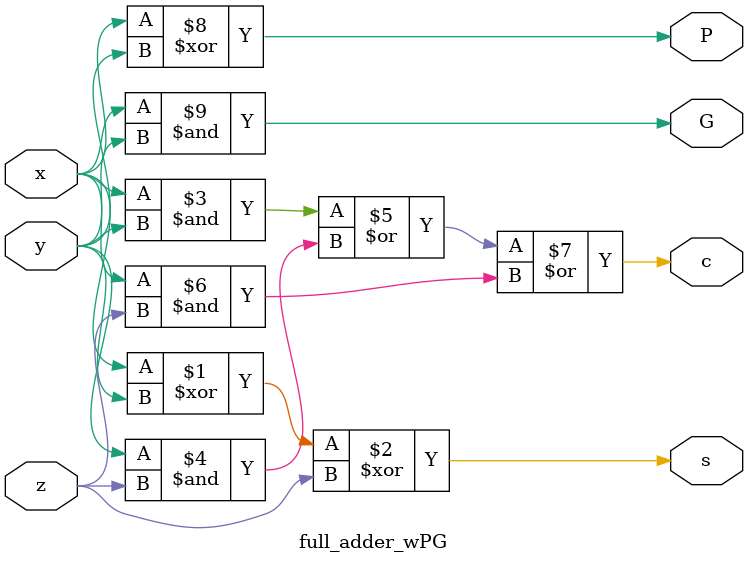
<source format=sv>
`timescale 1ns / 1ps


module full_adder_wPG(input logic x,y,z, output logic s,c,P,G);
    assign s = x^y^z;
    assign c = (x&y)|(y&z)|(x&z);
    assign P = x^y;
    assign G = x&y;
endmodule

</source>
